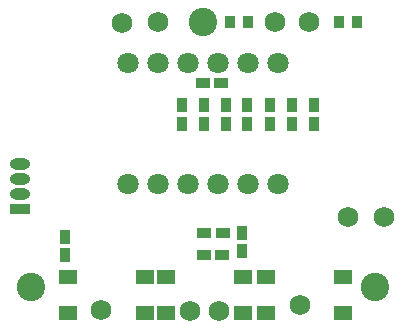
<source format=gts>
G04*
G04 #@! TF.GenerationSoftware,Altium Limited,Altium Designer,23.10.1 (27)*
G04*
G04 Layer_Color=8388736*
%FSLAX25Y25*%
%MOIN*%
G70*
G04*
G04 #@! TF.SameCoordinates,442CD837-0526-4CC3-B5C4-5EBA4434BA87*
G04*
G04*
G04 #@! TF.FilePolarity,Negative*
G04*
G01*
G75*
%ADD19R,0.06312X0.05131*%
%ADD20R,0.04800X0.03800*%
%ADD21R,0.03556X0.04147*%
%ADD22R,0.03800X0.04800*%
%ADD23C,0.07099*%
%ADD24C,0.06902*%
%ADD25O,0.06800X0.03800*%
%ADD26R,0.06800X0.03800*%
%ADD27C,0.09461*%
D19*
X78295Y-102406D02*
D03*
X52705D02*
D03*
X78295Y-90595D02*
D03*
X52705D02*
D03*
X111795Y-102406D02*
D03*
X86205D02*
D03*
X111795Y-90595D02*
D03*
X86205D02*
D03*
X45795Y-102406D02*
D03*
X20205D02*
D03*
X45795Y-90595D02*
D03*
X20205D02*
D03*
D20*
X65302Y-83100D02*
D03*
X71498D02*
D03*
X71598Y-75900D02*
D03*
X65500D02*
D03*
X71098Y-26000D02*
D03*
X64902D02*
D03*
D21*
X110500Y-5500D02*
D03*
X116405D02*
D03*
X80000D02*
D03*
X74094D02*
D03*
D22*
X57900Y-39398D02*
D03*
Y-33202D02*
D03*
X101900Y-39398D02*
D03*
Y-33202D02*
D03*
X79600Y-33302D02*
D03*
Y-39498D02*
D03*
X65233Y-33202D02*
D03*
Y-39398D02*
D03*
X72567Y-33202D02*
D03*
Y-39398D02*
D03*
X87233Y-33202D02*
D03*
Y-39398D02*
D03*
X94567Y-33202D02*
D03*
Y-39398D02*
D03*
X19000Y-83298D02*
D03*
Y-77200D02*
D03*
X78000Y-81898D02*
D03*
Y-75702D02*
D03*
D23*
X40000Y-19106D02*
D03*
X50000D02*
D03*
X60000D02*
D03*
X70000D02*
D03*
X80000D02*
D03*
X90000D02*
D03*
Y-59500D02*
D03*
X80000D02*
D03*
X70000D02*
D03*
X60000D02*
D03*
X50000D02*
D03*
X40000D02*
D03*
D24*
X100500Y-5500D02*
D03*
X113500Y-70500D02*
D03*
X125500D02*
D03*
X60600Y-101700D02*
D03*
X31000Y-101500D02*
D03*
X38000Y-6000D02*
D03*
X50000Y-5500D02*
D03*
X70500Y-101800D02*
D03*
X97500Y-100000D02*
D03*
X89000Y-5500D02*
D03*
D25*
X4000Y-63000D02*
D03*
Y-53000D02*
D03*
Y-58000D02*
D03*
D26*
Y-68000D02*
D03*
D27*
X122441Y-93701D02*
D03*
X64961Y-5512D02*
D03*
X7874Y-93701D02*
D03*
M02*

</source>
